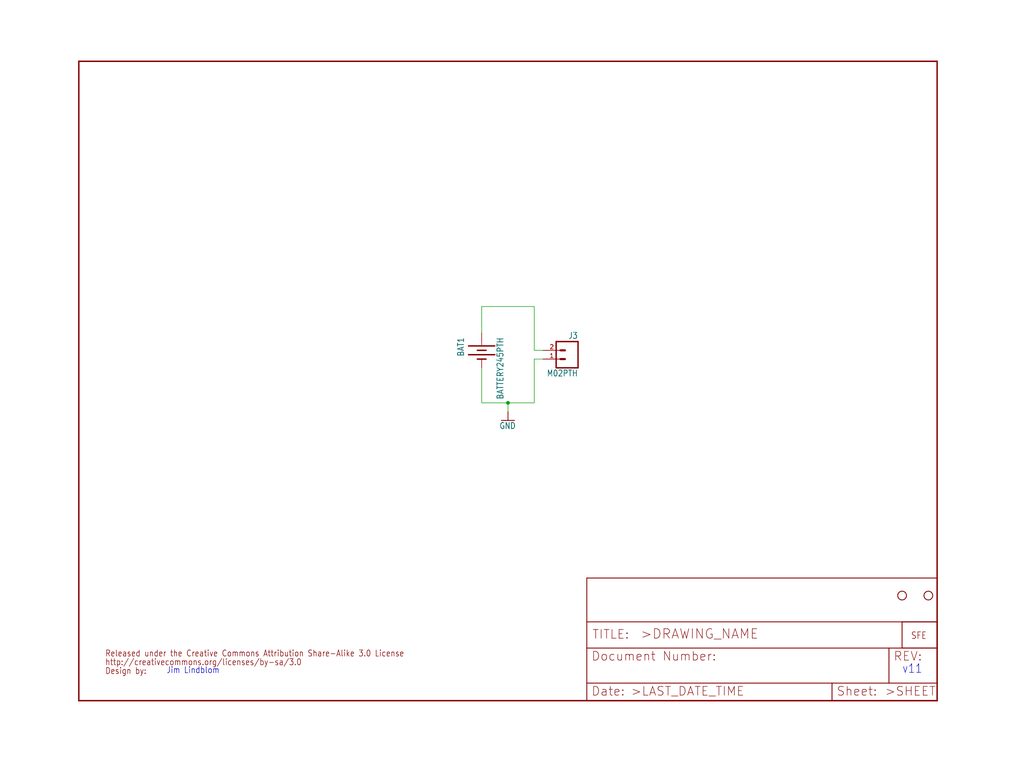
<source format=kicad_sch>
(kicad_sch (version 20211123) (generator eeschema)
  (paper "User" 297.002 223.926)
  (lib_symbols
    (symbol "eagleSchem-eagle-import:BATTERY245PTH"
      (property "Reference" "BAT" (at -3.81 5.08 0))
      (property "Value" "BATTERY245PTH" (at -3.81 -6.35 0))
      (symbol "BATTERY245PTH_1_0"
        (polyline (pts (xy -2.54 0) (xy -1.524 0)) (stroke (width 0.1524)))
        (polyline (pts (xy -1.27 3.81) (xy -1.27 -3.81)) (stroke (width 0.4064)))
        (polyline (pts (xy 0 1.27) (xy 0 -1.27)) (stroke (width 0.4064)))
        (polyline (pts (xy 1.27 3.81) (xy 1.27 -3.81)) (stroke (width 0.4064)))
        (polyline (pts (xy 2.54 1.27) (xy 2.54 -1.27)) (stroke (width 0.4064)))
        (pin power_in line (at 5.08 0 180) (length 2.54) (name "-") (number "2"))
        (pin power_in line (at -5.08 0 0) (length 2.54) (name "+") (number "3"))
      )
    )
    (symbol "eagleSchem-eagle-import:CREATIVE_COMMONS"
      (symbol "CREATIVE_COMMONS_1_0"
        (text "Design by:" (at 0 0 0) (effects (font (size 1.778 1.5113)) (justify left bottom)))
        (text "http://creativecommons.org/licenses/by-sa/3.0" (at 0 2.54 0) (effects (font (size 1.778 1.5113)) (justify left bottom)))
        (text "Released under the Creative Commons Attribution Share-Alike 3.0 License" (at 0 5.08 0) (effects (font (size 1.778 1.5113)) (justify left bottom)))
      )
    )
    (symbol "eagleSchem-eagle-import:FRAME-LETTER"
      (symbol "FRAME-LETTER_1_0"
        (polyline (pts (xy 0 0) (xy 248.92 0)) (stroke (width 0.4064)))
        (polyline (pts (xy 0 185.42) (xy 0 0)) (stroke (width 0.4064)))
        (polyline (pts (xy 0 185.42) (xy 248.92 185.42)) (stroke (width 0.4064)))
        (polyline (pts (xy 248.92 185.42) (xy 248.92 0)) (stroke (width 0.4064)))
      )
      (symbol "FRAME-LETTER_2_0"
        (polyline (pts (xy 0 0) (xy 0 5.08)) (stroke (width 0.254)))
        (polyline (pts (xy 0 0) (xy 71.12 0)) (stroke (width 0.254)))
        (polyline (pts (xy 0 5.08) (xy 0 15.24)) (stroke (width 0.254)))
        (polyline (pts (xy 0 5.08) (xy 71.12 5.08)) (stroke (width 0.254)))
        (polyline (pts (xy 0 15.24) (xy 0 22.86)) (stroke (width 0.254)))
        (polyline (pts (xy 0 22.86) (xy 0 35.56)) (stroke (width 0.254)))
        (polyline (pts (xy 0 22.86) (xy 101.6 22.86)) (stroke (width 0.254)))
        (polyline (pts (xy 71.12 0) (xy 101.6 0)) (stroke (width 0.254)))
        (polyline (pts (xy 71.12 5.08) (xy 71.12 0)) (stroke (width 0.254)))
        (polyline (pts (xy 71.12 5.08) (xy 87.63 5.08)) (stroke (width 0.254)))
        (polyline (pts (xy 87.63 5.08) (xy 101.6 5.08)) (stroke (width 0.254)))
        (polyline (pts (xy 87.63 15.24) (xy 0 15.24)) (stroke (width 0.254)))
        (polyline (pts (xy 87.63 15.24) (xy 87.63 5.08)) (stroke (width 0.254)))
        (polyline (pts (xy 101.6 5.08) (xy 101.6 0)) (stroke (width 0.254)))
        (polyline (pts (xy 101.6 15.24) (xy 87.63 15.24)) (stroke (width 0.254)))
        (polyline (pts (xy 101.6 15.24) (xy 101.6 5.08)) (stroke (width 0.254)))
        (polyline (pts (xy 101.6 22.86) (xy 101.6 15.24)) (stroke (width 0.254)))
        (polyline (pts (xy 101.6 35.56) (xy 0 35.56)) (stroke (width 0.254)))
        (polyline (pts (xy 101.6 35.56) (xy 101.6 22.86)) (stroke (width 0.254)))
        (text ">DRAWING_NAME" (at 15.494 17.78 0) (effects (font (size 2.7432 2.7432)) (justify left bottom)))
        (text ">LAST_DATE_TIME" (at 12.7 1.27 0) (effects (font (size 2.54 2.54)) (justify left bottom)))
        (text ">SHEET" (at 86.36 1.27 0) (effects (font (size 2.54 2.54)) (justify left bottom)))
        (text "Date:" (at 1.27 1.27 0) (effects (font (size 2.54 2.54)) (justify left bottom)))
        (text "Document Number:" (at 1.27 11.43 0) (effects (font (size 2.54 2.54)) (justify left bottom)))
        (text "REV:" (at 88.9 11.43 0) (effects (font (size 2.54 2.54)) (justify left bottom)))
        (text "Sheet:" (at 72.39 1.27 0) (effects (font (size 2.54 2.54)) (justify left bottom)))
        (text "TITLE:" (at 1.524 17.78 0) (effects (font (size 2.54 2.54)) (justify left bottom)))
      )
    )
    (symbol "eagleSchem-eagle-import:GND" (power)
      (property "Value" "GND" (at -2.54 -2.54 0))
      (symbol "GND_1_0"
        (polyline (pts (xy -1.905 0) (xy 1.905 0)) (stroke (width 0.254)))
        (pin power_in line (at 0 2.54 270) (length 2.54) (name "GND") (number "1"))
      )
    )
    (symbol "eagleSchem-eagle-import:LOGO-SFENEW"
      (symbol "LOGO-SFENEW_1_0"
        (polyline (pts (xy -2.54 -2.54) (xy 7.62 -2.54)) (stroke (width 0.254)))
        (polyline (pts (xy -2.54 5.08) (xy -2.54 -2.54)) (stroke (width 0.254)))
        (polyline (pts (xy 7.62 -2.54) (xy 7.62 5.08)) (stroke (width 0.254)))
        (polyline (pts (xy 7.62 5.08) (xy -2.54 5.08)) (stroke (width 0.254)))
        (text "SFE" (at 0 0 0) (effects (font (size 1.9304 1.6408)) (justify left bottom)))
      )
    )
    (symbol "eagleSchem-eagle-import:M02PTH"
      (property "Reference" "JP" (at -2.54 5.842 0))
      (property "Value" "M02PTH" (at -2.54 -5.08 0))
      (symbol "M02PTH_1_0"
        (polyline (pts (xy -2.54 5.08) (xy -2.54 -2.54)) (stroke (width 0.4064)))
        (polyline (pts (xy -2.54 5.08) (xy 3.81 5.08)) (stroke (width 0.4064)))
        (polyline (pts (xy 1.27 0) (xy 2.54 0)) (stroke (width 0.6096)))
        (polyline (pts (xy 1.27 2.54) (xy 2.54 2.54)) (stroke (width 0.6096)))
        (polyline (pts (xy 3.81 -2.54) (xy -2.54 -2.54)) (stroke (width 0.4064)))
        (polyline (pts (xy 3.81 -2.54) (xy 3.81 5.08)) (stroke (width 0.4064)))
        (pin passive line (at 7.62 0 180) (length 5.08) (name "1") (number "1"))
        (pin passive line (at 7.62 2.54 180) (length 5.08) (name "2") (number "2"))
      )
    )
    (symbol "eagleSchem-eagle-import:STAND-OFF"
      (symbol "STAND-OFF_1_0"
        (circle (center 0 0) (radius 1.27) (stroke (width 0.254)))
      )
    )
  )
  (junction (at 147.32 116.84))
  (wire (pts (xy 147.32 116.84) (xy 154.94 116.84)))
  (wire (pts (xy 154.94 104.14) (xy 157.48 104.14)))
  (wire (pts (xy 154.94 88.9) (xy 154.94 101.6)))
  (wire (pts (xy 154.94 101.6) (xy 157.48 101.6)))
  (wire (pts (xy 147.32 119.38) (xy 147.32 116.84)))
  (wire (pts (xy 139.7 96.52) (xy 139.7 88.9)))
  (wire (pts (xy 139.7 116.84) (xy 147.32 116.84)))
  (wire (pts (xy 139.7 88.9) (xy 154.94 88.9)))
  (wire (pts (xy 154.94 116.84) (xy 154.94 104.14)))
  (wire (pts (xy 139.7 106.68) (xy 139.7 116.84)))
  (text "v11" (at 261.62 195.58 180) (effects (font (size 2.54 2.159)) (justify left bottom)))
  (text "Jim Lindblom" (at 48.26 195.58 180) (effects (font (size 1.778 1.5113)) (justify left bottom)))
  (symbol (lib_id "eagleSchem-eagle-import:FRAME-LETTER") (at 22.86 203.2 0) (unit 1)
    (property "Reference" "#FRAME1" (effects hide))
    (property "Value" "FRAME-LETTER" (effects hide))
    (property "Footprint" "eagleSchem:" (effects hide))
  )
  (symbol (lib_id "eagleSchem-eagle-import:BATTERY245PTH") (at 139.7 101.6 90) (mirror x) (unit 1)
    (property "Reference" "BAT1" (at 134.62 97.79 0) (effects (font (size 1.778 1.5113)) (justify left bottom)))
    (property "Value" "BATTERY245PTH" (at 146.05 97.79 0) (effects (font (size 1.778 1.5113)) (justify left bottom)))
    (property "Footprint" "eagleSchem:BATTCON_245MM_PTH" (effects hide))
  )
  (symbol (lib_id "eagleSchem-eagle-import:STAND-OFF") (at 261.62 172.72 0) (unit 1)
    (property "Reference" "JP5" (effects hide))
    (property "Value" "STAND-OFF" (effects hide))
    (property "Footprint" "eagleSchem:STAND-OFF" (effects hide))
  )
  (symbol (lib_id "eagleSchem-eagle-import:CREATIVE_COMMONS") (at 30.48 195.58 0) (unit 1)
    (property "Reference" "U$1" (effects hide))
    (property "Value" "CREATIVE_COMMONS" (effects hide))
    (property "Footprint" "eagleSchem:CREATIVE_COMMONS" (effects hide))
  )
  (symbol (lib_id "eagleSchem-eagle-import:FRAME-LETTER") (at 170.18 203.2 0) (unit 2)
    (property "Reference" "#FRAME1" (effects hide))
    (property "Value" "FRAME-LETTER" (effects hide))
    (property "Footprint" "eagleSchem:" (effects hide))
  )
  (symbol (lib_id "eagleSchem-eagle-import:M02PTH") (at 165.1 104.14 0) (mirror y) (unit 1)
    (property "Reference" "J3" (at 167.64 98.298 0) (effects (font (size 1.778 1.5113)) (justify left bottom)))
    (property "Value" "M02PTH" (at 167.64 109.22 0) (effects (font (size 1.778 1.5113)) (justify left bottom)))
    (property "Footprint" "eagleSchem:1X02" (effects hide))
  )
  (symbol (lib_id "eagleSchem-eagle-import:STAND-OFF") (at 269.24 172.72 0) (unit 1)
    (property "Reference" "JP4" (effects hide))
    (property "Value" "STAND-OFF" (effects hide))
    (property "Footprint" "eagleSchem:STAND-OFF" (effects hide))
  )
  (symbol (lib_id "eagleSchem-eagle-import:LOGO-SFENEW") (at 264.16 185.42 0) (unit 1)
    (property "Reference" "JP2" (effects hide))
    (property "Value" "LOGO-SFENEW" (effects hide))
    (property "Footprint" "eagleSchem:SFE-NEW-WEBLOGO" (effects hide))
  )
  (symbol (lib_id "eagleSchem-eagle-import:GND") (at 147.32 121.92 0) (unit 1)
    (property "Reference" "#GND1" (effects hide))
    (property "Value" "GND" (at 144.78 124.46 0) (effects (font (size 1.778 1.5113)) (justify left bottom)))
    (property "Footprint" "eagleSchem:" (effects hide))
  )
)
</source>
